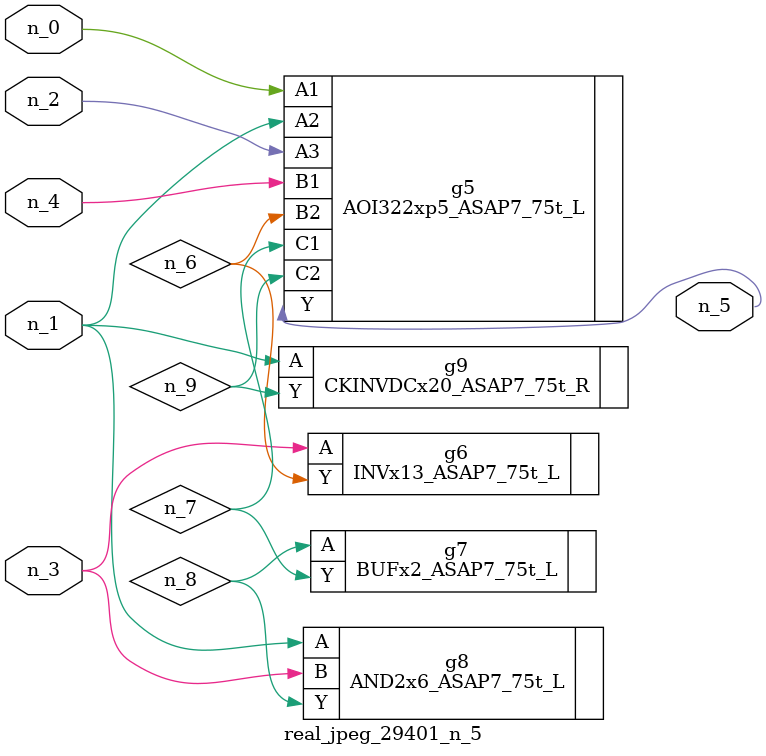
<source format=v>
module real_jpeg_29401_n_5 (n_4, n_0, n_1, n_2, n_3, n_5);

input n_4;
input n_0;
input n_1;
input n_2;
input n_3;

output n_5;

wire n_8;
wire n_6;
wire n_7;
wire n_9;

AOI322xp5_ASAP7_75t_L g5 ( 
.A1(n_0),
.A2(n_1),
.A3(n_2),
.B1(n_4),
.B2(n_6),
.C1(n_7),
.C2(n_9),
.Y(n_5)
);

AND2x6_ASAP7_75t_L g8 ( 
.A(n_1),
.B(n_3),
.Y(n_8)
);

CKINVDCx20_ASAP7_75t_R g9 ( 
.A(n_1),
.Y(n_9)
);

INVx13_ASAP7_75t_L g6 ( 
.A(n_3),
.Y(n_6)
);

BUFx2_ASAP7_75t_L g7 ( 
.A(n_8),
.Y(n_7)
);


endmodule
</source>
